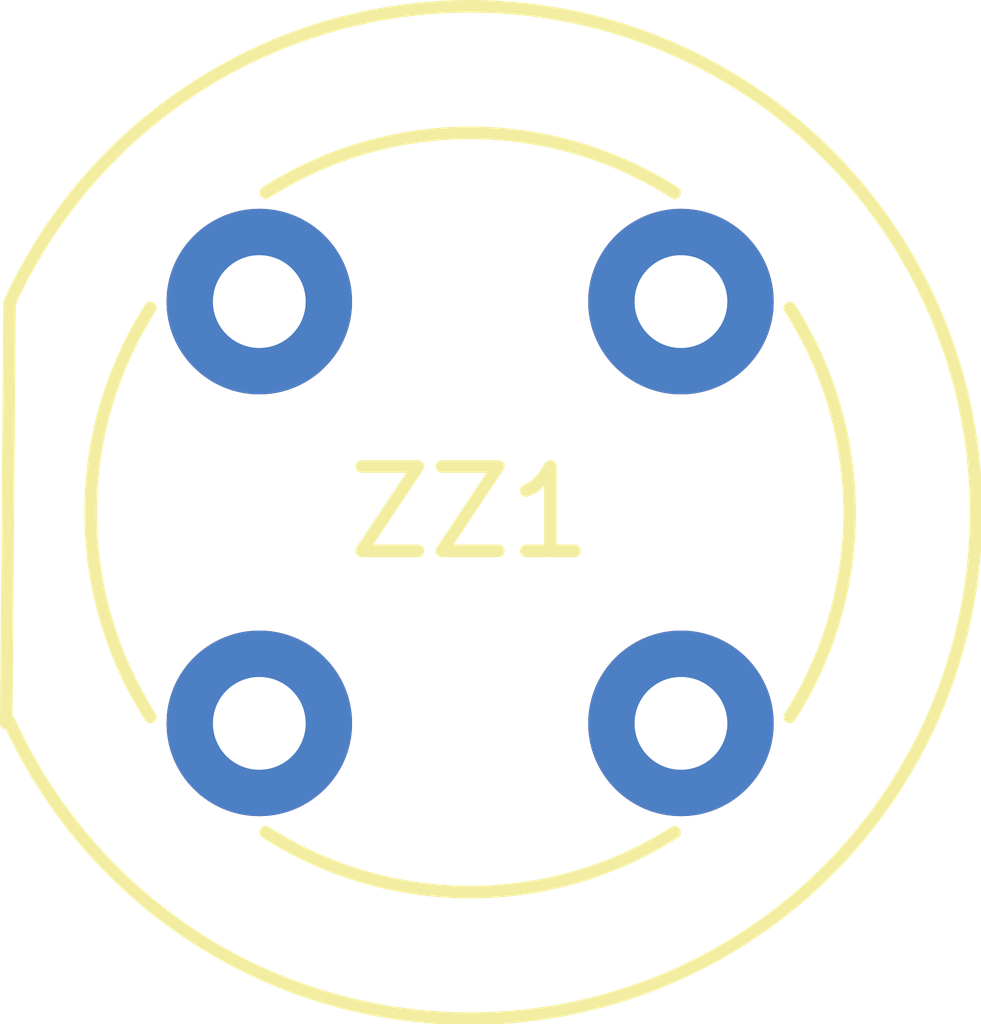
<source format=kicad_pcb>
(kicad_pcb (version 20171130) (host pcbnew "(5.1.9-0-10_14)")

  (general
    (thickness 1.6)
    (drawings 0)
    (tracks 0)
    (zones 0)
    (modules 1)
    (nets 3)
  )

  (page A4)
  (layers
    (0 F.Cu signal)
    (31 B.Cu signal)
    (32 B.Adhes user)
    (33 F.Adhes user)
    (34 B.Paste user)
    (35 F.Paste user)
    (36 B.SilkS user)
    (37 F.SilkS user)
    (38 B.Mask user)
    (39 F.Mask user)
    (40 Dwgs.User user)
    (41 Cmts.User user)
    (42 Eco1.User user)
    (43 Eco2.User user)
    (44 Edge.Cuts user)
    (45 Margin user)
    (46 B.CrtYd user hide)
    (47 F.CrtYd user hide)
    (48 B.Fab user hide)
    (49 F.Fab user hide)
  )

  (setup
    (last_trace_width 0.1524)
    (user_trace_width 0.1524)
    (user_trace_width 0.254)
    (user_trace_width 0.4064)
    (user_trace_width 0.635)
    (trace_clearance 0.1524)
    (zone_clearance 0.508)
    (zone_45_only no)
    (trace_min 0.1524)
    (via_size 0.6858)
    (via_drill 0.3048)
    (via_min_size 0.6858)
    (via_min_drill 0.3048)
    (uvia_size 0.3048)
    (uvia_drill 0.1524)
    (uvias_allowed no)
    (uvia_min_size 0.2)
    (uvia_min_drill 0.1)
    (edge_width 0.15)
    (segment_width 0.15)
    (pcb_text_width 0.3)
    (pcb_text_size 1.5 1.5)
    (mod_edge_width 0.15)
    (mod_text_size 1 1)
    (mod_text_width 0.15)
    (pad_size 1.524 1.524)
    (pad_drill 0.762)
    (pad_to_mask_clearance 0.2)
    (aux_axis_origin 0 0)
    (visible_elements FFFFFF7F)
    (pcbplotparams
      (layerselection 0x010fc_ffffffff)
      (usegerberextensions false)
      (usegerberattributes false)
      (usegerberadvancedattributes false)
      (creategerberjobfile false)
      (excludeedgelayer true)
      (linewidth 0.100000)
      (plotframeref false)
      (viasonmask false)
      (mode 1)
      (useauxorigin false)
      (hpglpennumber 1)
      (hpglpenspeed 20)
      (hpglpendiameter 15.000000)
      (psnegative false)
      (psa4output false)
      (plotreference true)
      (plotvalue true)
      (plotinvisibletext false)
      (padsonsilk false)
      (subtractmaskfromsilk false)
      (outputformat 1)
      (mirror false)
      (drillshape 1)
      (scaleselection 1)
      (outputdirectory ""))
  )

  (net 0 "")
  (net 1 +3V3)
  (net 2 "Net-(Pin0-Pad1)")

  (net_class Default "This is the default net class."
    (clearance 0.1524)
    (trace_width 0.1524)
    (via_dia 0.6858)
    (via_drill 0.3048)
    (uvia_dia 0.3048)
    (uvia_drill 0.1524)
    (diff_pair_width 0.1524)
    (diff_pair_gap 0.1524)
    (add_net +3V3)
    (add_net "Net-(Pin0-Pad1)")
  )

  (module Switch_Thonk:SW_SPST_CKD6R locked (layer F.Cu) (tedit 60B9596D) (tstamp 60B9B5C5)
    (at 0 0)
    (path /5FD27819)
    (fp_text reference ZZ1 (at 0 0) (layer F.SilkS)
      (effects (font (size 1 1) (thickness 0.15)))
    )
    (fp_text value SW_Push_Dual (at 0 -7.1) (layer F.Fab)
      (effects (font (size 1 1) (thickness 0.15)))
    )
    (fp_line (start -5.462199 -2.482818) (end -5.5 2.5) (layer F.SilkS) (width 0.15))
    (fp_arc (start 0 0) (end 4.5 0) (angle -32.57405713) (layer F.SilkS) (width 0.15))
    (fp_arc (start 0 0) (end 4.5 0) (angle 32.6) (layer F.SilkS) (width 0.15))
    (fp_arc (start 0 0) (end 0 -4.5) (angle 32.6) (layer F.SilkS) (width 0.15))
    (fp_arc (start 0 0) (end 0 -4.5) (angle -32.57405713) (layer F.SilkS) (width 0.15))
    (fp_arc (start 0 0) (end -4.5 0) (angle -32.57405713) (layer F.SilkS) (width 0.15))
    (fp_arc (start 0 0) (end -4.5 0) (angle 32.6) (layer F.SilkS) (width 0.15))
    (fp_arc (start 0 0) (end 0 4.5) (angle -32.57405713) (layer F.SilkS) (width 0.15))
    (fp_arc (start 0 0) (end 0 4.5) (angle 32.6) (layer F.SilkS) (width 0.15))
    (fp_arc (start 0 0) (end 6 0) (angle -155.5560452) (layer F.SilkS) (width 0.15))
    (fp_arc (start 0 0) (end 6 0) (angle 155.6) (layer F.SilkS) (width 0.15))
    (pad 2 thru_hole circle (at -2.5 2.5) (size 2.2 2.2) (drill 1.1) (layers *.Cu *.Mask)
      (net 2 "Net-(Pin0-Pad1)"))
    (pad 1 thru_hole circle (at -2.5 -2.5) (size 2.2 2.2) (drill 1.1) (layers *.Cu *.Mask)
      (net 1 +3V3))
    (pad 1 thru_hole circle (at 2.5 -2.5) (size 2.2 2.2) (drill 1.1) (layers *.Cu *.Mask)
      (net 1 +3V3))
    (pad 2 thru_hole circle (at 2.5 2.5) (size 2.2 2.2) (drill 1.1) (layers *.Cu *.Mask)
      (net 2 "Net-(Pin0-Pad1)"))
  )

)

</source>
